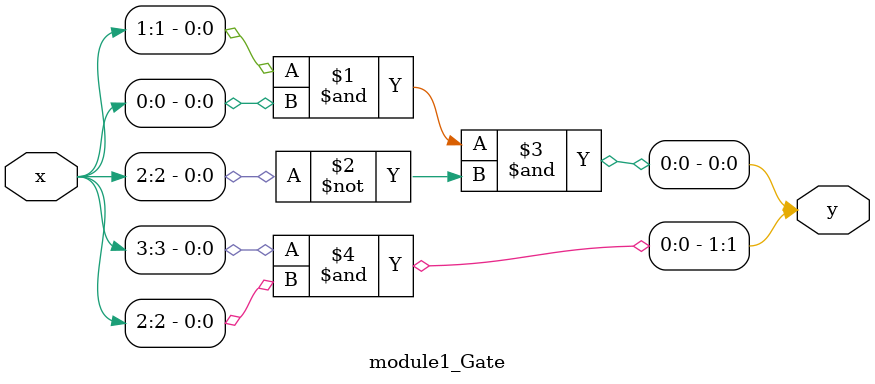
<source format=v>
module module1_DataFlow(
    input [3:0] x,
	 output [1:0] y
    );

	assign y[0] = &{x[1:0], ~x[2]};
	assign y[1] = &{(x[3]), (x[2])};
endmodule

module module1_Behavioral(
    input [3:0] x,
	 output reg [1:0] y
    );

	always @(*) begin
		y[0] = &{x[1:0], ~x[2]};
		y[1] = &{x[3], x[2]};
	end
endmodule

module module1_Gate(
    input [3:0] x,
	 output [1:0] y
    );
	and U0(y[0], x[1], x[0], ~x[2]);
	and U1(y[1], x[3], x[2]);
endmodule


</source>
